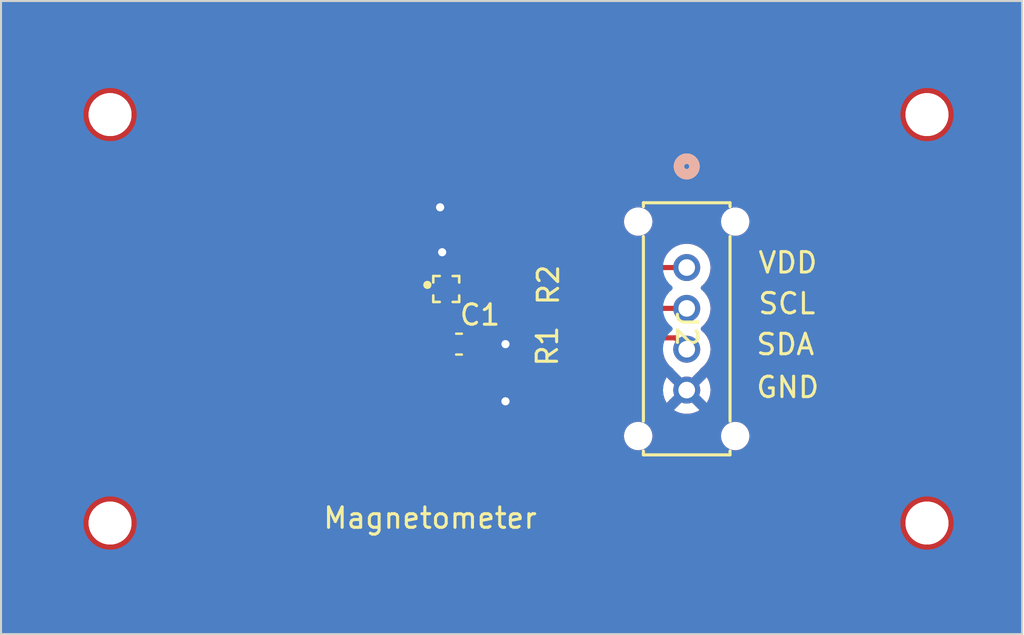
<source format=kicad_pcb>
(kicad_pcb (version 20240108) (generator "pcbnew") (generator_version "8.0")
  (layers (0 "F.Cu" signal) (31 "B.Cu" power) (34 "B.Paste" user) (35 "F.Paste" user) (36 "B.SilkS" user "B.Silkscreen") (37 "F.SilkS" user "F.Silkscreen") (38 "B.Mask" user) (39 "F.Mask" user) (44 "Edge.Cuts" user))
  (net 0 "")
  (net 1 "+3.3V")
  (net 2 "GND")
  (net 3 "/SCL")
  (net 4 "/SDA")
  (footprint "Resistor_SMD:R_0201_0603Metric_Pad0.64x0.40mm_HandSolder" (layer "F.Cu") (at 99.8 72.6 90)
    (property "Reference" "R1" (at 0 -1.05 90) (layer "F.SilkS"))
    (property "Value" "1.5k")
    (pad "1" smd roundrect (at -0.4075 0 90) (size 0.635 0.4) (layers "F.Cu" "F.Mask") (net 1 "+3.3V"))
    (pad "2" smd roundrect (at 0.4075 0 90) (size 0.635 0.4) (layers "F.Cu" "F.Mask") (net 4 "/SDA"))
  )
  (footprint "Harwin-M80-8770422:CONN_M80-87704_HRW" (layer "F.Cu") (at 105.574999 68.750001 -90)
    (property "Reference" "J2" (at 2.999999 0 -90) (layer "F.SilkS"))
    (property "Value" "M80-8770422")
    (fp_circle (center -4.950201 0) (end -4.569201 0) (stroke (width 0.508)) (fill none) (layer "B.SilkS"))
    (fp_line (start -3.172201 2.1209) (end -2.984532 2.1209) (stroke (width 0.1524)) (layer "F.SilkS"))
    (fp_line (start -1.51547 2.1209) (end 7.515468 2.1209) (stroke (width 0.1524)) (layer "F.SilkS"))
    (fp_line (start 8.98453 2.1209) (end 9.172199 2.1209) (stroke (width 0.1524)) (layer "F.SilkS"))
    (fp_line (start 9.172199 2.1209) (end 9.172199 -2.1209) (stroke (width 0.1524)) (layer "F.SilkS"))
    (fp_line (start -3.172201 -2.1209) (end -3.172201 2.1209) (stroke (width 0.1524)) (layer "F.SilkS"))
    (fp_line (start -2.984532 -2.1209) (end -3.172201 -2.1209) (stroke (width 0.1524)) (layer "F.SilkS"))
    (fp_line (start 7.515468 -2.1209) (end -1.51547 -2.1209) (stroke (width 0.1524)) (layer "F.SilkS"))
    (fp_line (start 9.172199 -2.1209) (end 8.98453 -2.1209) (stroke (width 0.1524)) (layer "F.SilkS"))
    (fp_circle (center -4.950201 0) (end -4.569201 0) (stroke (width 0.508)) (fill none) (layer "F.SilkS"))
    (pad "" np_thru_hole circle (at -2.250001 -2.374999) (size 0.889 0.889) (drill 0.889) (layers "*.Cu" "*.Mask"))
    (pad "" np_thru_hole circle (at -2.250001 2.374999) (size 0.889 0.889) (drill 0.889) (layers "*.Cu" "*.Mask"))
    (pad "" np_thru_hole circle (at 8.249999 -2.374999) (size 0.889 0.889) (drill 0.889) (layers "*.Cu" "*.Mask"))
    (pad "" np_thru_hole circle (at 8.249999 2.374999) (size 0.889 0.889) (drill 0.889) (layers "*.Cu" "*.Mask"))
    (pad "1" thru_hole circle (at 0 0 270) (size 1.3208 1.3208) (drill 0.8128) (layers "*.Cu" "*.Mask") (net 1 "+3.3V"))
    (pad "2" thru_hole circle (at 1.999999 0 270) (size 1.3208 1.3208) (drill 0.8128) (layers "*.Cu" "*.Mask") (net 3 "/SCL"))
    (pad "3" thru_hole circle (at 4 0 270) (size 1.3208 1.3208) (drill 0.8128) (layers "*.Cu" "*.Mask") (net 4 "/SDA"))
    (pad "4" thru_hole circle (at 5.999998 0 270) (size 1.3208 1.3208) (drill 0.8128) (layers "*.Cu" "*.Mask") (net 2 "GND"))
  )
  (footprint "MMC5603NJ:XDCR_MMC5603NJ" (layer "F.Cu") (at 93.8 69.8)
    (property "Reference" "IC1" (hide yes))
    (property "Value" "MMC5603NJ")
    (fp_line (start -0.635 -0.635) (end -0.635 -0.3175) (stroke (width 0.127)) (layer "F.SilkS"))
    (fp_line (start -0.635 -0.635) (end -0.3175 -0.635) (stroke (width 0.127)) (layer "F.SilkS"))
    (fp_line (start -0.635 0.635) (end -0.635 0.3175) (stroke (width 0.127)) (layer "F.SilkS"))
    (fp_line (start -0.635 0.635) (end -0.3175 0.635) (stroke (width 0.127)) (layer "F.SilkS"))
    (fp_line (start 0.635 -0.635) (end 0.3175 -0.635) (stroke (width 0.127)) (layer "F.SilkS"))
    (fp_line (start 0.635 -0.635) (end 0.635 -0.3175) (stroke (width 0.127)) (layer "F.SilkS"))
    (fp_line (start 0.635 0.635) (end 0.3175 0.635) (stroke (width 0.127)) (layer "F.SilkS"))
    (fp_line (start 0.635 0.635) (end 0.635 0.3175) (stroke (width 0.127)) (layer "F.SilkS"))
    (fp_circle (center -0.925 -0.2) (end -0.825 -0.2) (stroke (width 0.2)) (fill none) (layer "F.SilkS"))
    (pad "A1" smd circle (at -0.2 -0.2) (size 0.23 0.23) (layers "F.Cu" "F.Paste") (net 2 "GND"))
    (pad "A2" smd circle (at 0.2 -0.2) (size 0.23 0.23) (layers "F.Cu" "F.Paste") (net 3 "/SCL"))
    (pad "B1" smd circle (at -0.2 0.2) (size 0.23 0.23) (layers "F.Cu" "F.Paste") (net 1 "+3.3V"))
    (pad "B2" smd circle (at 0.2 0.2) (size 0.23 0.23) (layers "F.Cu" "F.Paste") (net 4 "/SDA"))
  )
  (footprint "Mounting_Wuerth:Mounting_Wuerth_WA-SMSI-M1.6_H1mm_9774010633" (layer "F.Cu") (at 117.33934 81.26066)
    (property "Reference" "H2" (hide yes))
    (property "Value" "MountingHole_Pad" (hide yes))
    (pad "" np_thru_hole circle (at 0 0) (size 2.1 2.1) (drill 2.1) (layers "*.Cu" "*.Mask"))
    (pad "1" smd circle (at -1.525 0) (size 0.55 0.55) (layers "F.Cu") (net 2 "GND"))
    (pad "1" smd circle (at 0 -1.525) (size 0.55 0.55) (layers "F.Cu") (net 2 "GND"))
    (pad "1" smd circle (at 0 1.525) (size 0.55 0.55) (layers "F.Cu") (net 2 "GND"))
    (pad "1" smd custom (at 1.525 0) (size 0.55 0.55) (layers "F.Cu" "F.Mask") (net 2 "GND") (options (clearance outline) (anchor circle)) (primitives (gr_circle (center -1.525 0) (end 0 0) (width 0.95) (fill no))))
  )
  (footprint "Capacitor_SMD:C_0603_1608Metric" (layer "F.Cu") (at 94.425 72.5)
    (property "Reference" "C1" (at 1.025 -1.43 0) (layer "F.SilkS"))
    (property "Value" "2.2u" (hide yes))
    (fp_line (start -0.14058 -0.51) (end 0.14058 -0.51) (stroke (width 0.12)) (layer "F.SilkS"))
    (fp_line (start -0.14058 0.51) (end 0.14058 0.51) (stroke (width 0.12)) (layer "F.SilkS"))
    (pad "1" smd roundrect (at -0.775 0) (size 0.9 0.95) (layers "F.Cu" "F.Paste" "F.Mask") (net 1 "+3.3V"))
    (pad "2" smd roundrect (at 0.775 0) (size 0.9 0.95) (layers "F.Cu" "F.Paste" "F.Mask") (net 2 "GND"))
  )
  (footprint "Mounting_Wuerth:Mounting_Wuerth_WA-SMSI-M1.6_H1mm_9774010633" (layer "F.Cu") (at 77.33934 61.26066)
    (property "Reference" "H4" (hide yes))
    (property "Value" "MountingHole_Pad" (hide yes))
    (pad "" np_thru_hole circle (at 0 0) (size 2.1 2.1) (drill 2.1) (layers "*.Cu" "*.Mask"))
    (pad "1" smd circle (at -1.525 0) (size 0.55 0.55) (layers "F.Cu") (net 2 "GND"))
    (pad "1" smd circle (at 0 -1.525) (size 0.55 0.55) (layers "F.Cu") (net 2 "GND"))
    (pad "1" smd circle (at 0 1.525) (size 0.55 0.55) (layers "F.Cu") (net 2 "GND"))
    (pad "1" smd custom (at 1.525 0) (size 0.55 0.55) (layers "F.Cu" "F.Mask") (net 2 "GND") (options (clearance outline) (anchor circle)) (primitives (gr_circle (center -1.525 0) (end 0 0) (width 0.95) (fill no))))
  )
  (footprint "Resistor_SMD:R_0201_0603Metric_Pad0.64x0.40mm_HandSolder" (layer "F.Cu") (at 99.8 69.6325 -90)
    (property "Reference" "R2" (at -0.0325 1 90) (layer "F.SilkS"))
    (property "Value" "1.5k")
    (pad "1" smd roundrect (at -0.4075 0 270) (size 0.635 0.4) (layers "F.Cu" "F.Mask") (net 1 "+3.3V"))
    (pad "2" smd roundrect (at 0.4075 0 270) (size 0.635 0.4) (layers "F.Cu" "F.Mask") (net 3 "/SCL"))
  )
  (footprint "Mounting_Wuerth:Mounting_Wuerth_WA-SMSI-M1.6_H1mm_9774010633" (layer "F.Cu") (at 77.33934 81.26066)
    (property "Reference" "H3" (hide yes))
    (property "Value" "MountingHole_Pad" (hide yes))
    (pad "" np_thru_hole circle (at 0 0) (size 2.1 2.1) (drill 2.1) (layers "*.Cu" "*.Mask"))
    (pad "1" smd circle (at -1.525 0) (size 0.55 0.55) (layers "F.Cu") (net 2 "GND"))
    (pad "1" smd circle (at 0 -1.525) (size 0.55 0.55) (layers "F.Cu") (net 2 "GND"))
    (pad "1" smd circle (at 0 1.525) (size 0.55 0.55) (layers "F.Cu") (net 2 "GND"))
    (pad "1" smd custom (at 1.525 0) (size 0.55 0.55) (layers "F.Cu" "F.Mask") (net 2 "GND") (options (clearance outline) (anchor circle)) (primitives (gr_circle (center -1.525 0) (end 0 0) (width 0.95) (fill no))))
  )
  (footprint "Mounting_Wuerth:Mounting_Wuerth_WA-SMSI-M1.6_H1mm_9774010633" (layer "F.Cu") (at 117.33934 61.26066)
    (property "Reference" "H1" (hide yes))
    (property "Value" "MountingHole_Pad" (hide yes))
    (pad "" np_thru_hole circle (at 0 0) (size 2.1 2.1) (drill 2.1) (layers "*.Cu" "*.Mask"))
    (pad "1" smd circle (at -1.525 0) (size 0.55 0.55) (layers "F.Cu") (net 2 "GND"))
    (pad "1" smd circle (at 0 -1.525) (size 0.55 0.55) (layers "F.Cu") (net 2 "GND"))
    (pad "1" smd circle (at 0 1.525) (size 0.55 0.55) (layers "F.Cu") (net 2 "GND"))
    (pad "1" smd custom (at 1.525 0) (size 0.55 0.55) (layers "F.Cu" "F.Mask") (net 2 "GND") (options (clearance outline) (anchor circle)) (primitives (gr_circle (center -1.525 0) (end 0 0) (width 0.95) (fill no))))
  )
  (gr_line (start 72 86.7) (end 122 86.7) (stroke (width 0.1)) (layer "Edge.Cuts"))
  (gr_line (start 122 86.7) (end 122 55.7) (stroke (width 0.1)) (layer "Edge.Cuts"))
  (gr_line (start 72 55.7) (end 72 86.7) (stroke (width 0.1)) (layer "Edge.Cuts"))
  (gr_line (start 122 55.7) (end 72 55.7) (stroke (width 0.1)) (layer "Edge.Cuts"))
  (gr_text "Magnetometer" (at 87.7 81.6 0) (layer "F.SilkS") (effects (font (size 1 1)) (justify left bottom)))
  (gr_text "SDA" (at 108.9 73.1 0) (layer "F.SilkS") (effects (font (size 1 1)) (justify left bottom)))
  (gr_text "GND" (at 108.9 75.2 0) (layer "F.SilkS") (effects (font (size 1 1)) (justify left bottom)))
  (gr_text "SCL" (at 109 71.1 0) (layer "F.SilkS") (effects (font (size 1 1)) (justify left bottom)))
  (gr_text "VDD" (at 109 69.1 0) (layer "F.SilkS") (effects (font (size 1 1)) (justify left bottom)))
  (segment (start 99.8 69.225) (end 97.85 67.275) (width 0.25) (layer "F.Cu") (net 1))
  (segment (start 99.1075 73.7) (end 99.8 73.0075) (width 0.15) (layer "F.Cu") (net 1))
  (segment (start 92.925 67.275) (end 91.4 68.8) (width 0.25) (layer "F.Cu") (net 1))
  (segment (start 92.2 72.5) (end 93.65 72.5) (width 0.25) (layer "F.Cu") (net 1))
  (segment (start 94.85 73.7) (end 99.1075 73.7) (width 0.15) (layer "F.Cu") (net 1))
  (segment (start 93.6 70) (end 93.6 72.45) (width 0.15) (layer "F.Cu") (net 1))
  (segment (start 91.4 71.7) (end 92.2 72.5) (width 0.25) (layer "F.Cu") (net 1))
  (segment (start 91.4 68.8) (end 91.4 71.7) (width 0.25) (layer "F.Cu") (net 1))
  (segment (start 93.65 72.5) (end 94.85 73.7) (width 0.15) (layer "F.Cu") (net 1))
  (segment (start 100.274999 68.750001) (end 105.574999 68.750001) (width 0.25) (layer "F.Cu") (net 1))
  (segment (start 99.8 69.225) (end 100.274999 68.750001) (width 0.25) (layer "F.Cu") (net 1))
  (segment (start 93.6 72.45) (end 93.65 72.5) (width 0.15) (layer "F.Cu") (net 1))
  (segment (start 97.85 67.275) (end 92.925 67.275) (width 0.25) (layer "F.Cu") (net 1))
  (segment (start 93.6 69.6) (end 93.6 68) (width 0.15) (layer "F.Cu") (net 2))
  (segment (start 95.2 72.5) (end 96.7 72.5) (width 0.15) (layer "F.Cu") (net 2))
  (segment (start 93.6 68) (end 93.6 68.8) (width 0.15) (layer "F.Cu") (net 2))
  (via (at 96.7 72.5) (size 0.8) (drill 0.4) (layers "F.Cu" "B.Cu") (net 2))
  (via (at 96.7 75.3) (size 0.8) (drill 0.4) (layers "F.Cu" "B.Cu") (net 2))
  (via (at 93.5 65.8) (size 0.8) (drill 0.4) (layers "F.Cu" "B.Cu") (net 2))
  (via (at 93.6 68) (size 0.8) (drill 0.4) (layers "F.Cu" "B.Cu") (net 2))
  (segment (start 96.7 72.5) (end 96.7 75.3) (width 0.15) (layer "B.Cu") (net 2))
  (segment (start 93.6 65.9) (end 93.5 65.8) (width 0.15) (layer "B.Cu") (net 2))
  (segment (start 93.6 68) (end 93.6 65.9) (width 0.15) (layer "B.Cu") (net 2))
  (segment (start 99.09 70.75) (end 99.8 70.04) (width 0.15) (layer "F.Cu") (net 3))
  (segment (start 94 69.6) (end 94.162634 69.6) (width 0.15) (layer "F.Cu") (net 3))
  (segment (start 95.312634 70.75) (end 99.09 70.75) (width 0.15) (layer "F.Cu") (net 3))
  (segment (start 100.51 70.75) (end 105.574999 70.75) (width 0.25) (layer "F.Cu") (net 3))
  (segment (start 99.8 70.04) (end 100.51 70.75) (width 0.25) (layer "F.Cu") (net 3))
  (segment (start 94.162634 69.6) (end 95.312634 70.75) (width 0.15) (layer "F.Cu") (net 3))
  (segment (start 95.1 71.1) (end 98.7075 71.1) (width 0.15) (layer "F.Cu") (net 4))
  (segment (start 105.017498 72.1925) (end 105.574999 72.750001) (width 0.25) (layer "F.Cu") (net 4))
  (segment (start 98.7075 71.1) (end 99.8 72.1925) (width 0.15) (layer "F.Cu") (net 4))
  (segment (start 94 70) (end 95.1 71.1) (width 0.15) (layer "F.Cu") (net 4))
  (segment (start 99.8 72.1925) (end 105.017498 72.1925) (width 0.25) (layer "F.Cu") (net 4))
  (zone (net 2) (net_name "GND") (layer "F.Cu") (priority 1) (connect_pads (clearance 0.5)) (min_thickness 0.25) (fill yes (thermal_gap 0.5) (thermal_bridge_width 0.5))
    (polygon (pts (xy 72 55.7) (xy 122 55.7) (xy 122 86.7) (xy 72 86.7)))
  )
  (zone (net 2) (net_name "GND") (layer "B.Cu") (connect_pads (clearance 0.5)) (min_thickness 0.25) (fill yes (thermal_gap 0.5) (thermal_bridge_width 0.5))
    (polygon (pts (xy 72 55.7) (xy 72 86.7) (xy 122.1 86.7) (xy 122 55.7)))
  )
)
</source>
